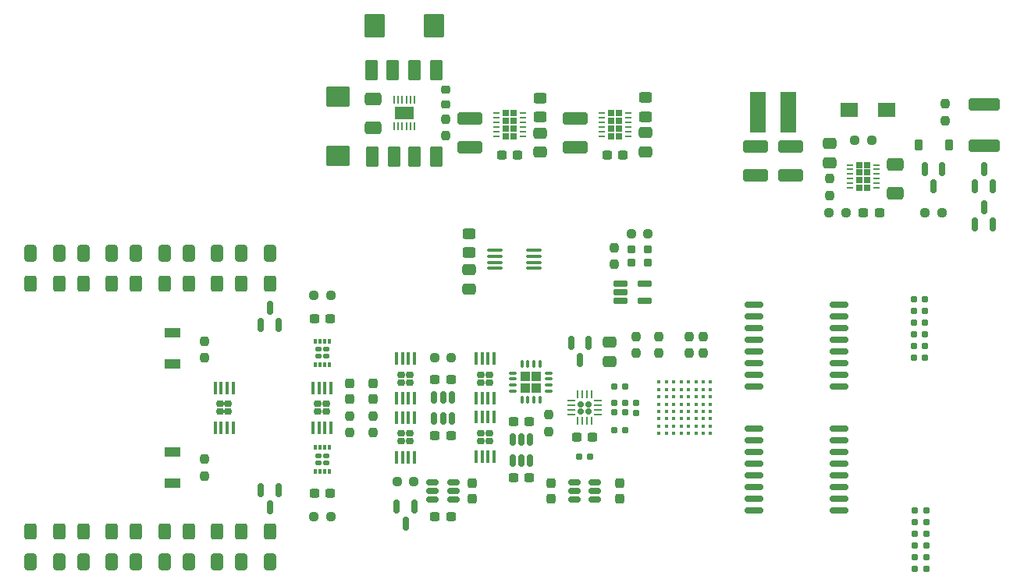
<source format=gbr>
G04 #@! TF.GenerationSoftware,KiCad,Pcbnew,8.0.4*
G04 #@! TF.CreationDate,2024-09-02T12:19:07+02:00*
G04 #@! TF.ProjectId,AD4030-Voltage,41443430-3330-42d5-966f-6c746167652e,rev?*
G04 #@! TF.SameCoordinates,Original*
G04 #@! TF.FileFunction,Paste,Top*
G04 #@! TF.FilePolarity,Positive*
%FSLAX46Y46*%
G04 Gerber Fmt 4.6, Leading zero omitted, Abs format (unit mm)*
G04 Created by KiCad (PCBNEW 8.0.4) date 2024-09-02 12:19:07*
%MOMM*%
%LPD*%
G01*
G04 APERTURE LIST*
G04 Aperture macros list*
%AMRoundRect*
0 Rectangle with rounded corners*
0 $1 Rounding radius*
0 $2 $3 $4 $5 $6 $7 $8 $9 X,Y pos of 4 corners*
0 Add a 4 corners polygon primitive as box body*
4,1,4,$2,$3,$4,$5,$6,$7,$8,$9,$2,$3,0*
0 Add four circle primitives for the rounded corners*
1,1,$1+$1,$2,$3*
1,1,$1+$1,$4,$5*
1,1,$1+$1,$6,$7*
1,1,$1+$1,$8,$9*
0 Add four rect primitives between the rounded corners*
20,1,$1+$1,$2,$3,$4,$5,0*
20,1,$1+$1,$4,$5,$6,$7,0*
20,1,$1+$1,$6,$7,$8,$9,0*
20,1,$1+$1,$8,$9,$2,$3,0*%
G04 Aperture macros list end*
%ADD10RoundRect,0.250000X-0.400000X-0.625000X0.400000X-0.625000X0.400000X0.625000X-0.400000X0.625000X0*%
%ADD11RoundRect,0.250000X-1.100000X0.412500X-1.100000X-0.412500X1.100000X-0.412500X1.100000X0.412500X0*%
%ADD12RoundRect,0.250000X-0.412500X-0.650000X0.412500X-0.650000X0.412500X0.650000X-0.412500X0.650000X0*%
%ADD13RoundRect,0.237500X0.300000X0.237500X-0.300000X0.237500X-0.300000X-0.237500X0.300000X-0.237500X0*%
%ADD14RoundRect,0.150000X0.150000X-0.587500X0.150000X0.587500X-0.150000X0.587500X-0.150000X-0.587500X0*%
%ADD15RoundRect,0.160000X0.197500X0.160000X-0.197500X0.160000X-0.197500X-0.160000X0.197500X-0.160000X0*%
%ADD16RoundRect,0.237500X0.250000X0.237500X-0.250000X0.237500X-0.250000X-0.237500X0.250000X-0.237500X0*%
%ADD17RoundRect,0.237500X-0.237500X0.250000X-0.237500X-0.250000X0.237500X-0.250000X0.237500X0.250000X0*%
%ADD18RoundRect,0.162500X-0.617500X-0.162500X0.617500X-0.162500X0.617500X0.162500X-0.617500X0.162500X0*%
%ADD19RoundRect,0.250000X-0.475000X0.337500X-0.475000X-0.337500X0.475000X-0.337500X0.475000X0.337500X0*%
%ADD20RoundRect,0.250000X-0.450000X0.325000X-0.450000X-0.325000X0.450000X-0.325000X0.450000X0.325000X0*%
%ADD21RoundRect,0.180000X-0.205000X0.180000X-0.205000X-0.180000X0.205000X-0.180000X0.205000X0.180000X0*%
%ADD22RoundRect,0.100000X-0.100000X0.612500X-0.100000X-0.612500X0.100000X-0.612500X0.100000X0.612500X0*%
%ADD23RoundRect,0.150000X-0.150000X0.587500X-0.150000X-0.587500X0.150000X-0.587500X0.150000X0.587500X0*%
%ADD24RoundRect,0.237500X-0.250000X-0.237500X0.250000X-0.237500X0.250000X0.237500X-0.250000X0.237500X0*%
%ADD25RoundRect,0.160000X-0.197500X-0.160000X0.197500X-0.160000X0.197500X0.160000X-0.197500X0.160000X0*%
%ADD26RoundRect,0.250000X-0.650000X0.412500X-0.650000X-0.412500X0.650000X-0.412500X0.650000X0.412500X0*%
%ADD27RoundRect,0.250000X0.475000X-0.337500X0.475000X0.337500X-0.475000X0.337500X-0.475000X-0.337500X0*%
%ADD28RoundRect,0.150000X0.512500X0.150000X-0.512500X0.150000X-0.512500X-0.150000X0.512500X-0.150000X0*%
%ADD29R,1.800000X1.000000*%
%ADD30R,1.900000X1.500000*%
%ADD31RoundRect,0.237500X-0.300000X-0.237500X0.300000X-0.237500X0.300000X0.237500X-0.300000X0.237500X0*%
%ADD32RoundRect,0.200000X-0.250000X0.200000X-0.250000X-0.200000X0.250000X-0.200000X0.250000X0.200000X0*%
%ADD33RoundRect,0.150000X-0.150000X0.512500X-0.150000X-0.512500X0.150000X-0.512500X0.150000X0.512500X0*%
%ADD34RoundRect,0.225000X0.225000X0.375000X-0.225000X0.375000X-0.225000X-0.375000X0.225000X-0.375000X0*%
%ADD35R,0.685000X0.670000*%
%ADD36R,0.700000X0.250000*%
%ADD37RoundRect,0.237500X0.237500X-0.300000X0.237500X0.300000X-0.237500X0.300000X-0.237500X-0.300000X0*%
%ADD38RoundRect,0.250000X-1.450000X0.400000X-1.450000X-0.400000X1.450000X-0.400000X1.450000X0.400000X0*%
%ADD39RoundRect,0.155000X-0.212500X-0.155000X0.212500X-0.155000X0.212500X0.155000X-0.212500X0.155000X0*%
%ADD40RoundRect,0.250000X-0.875000X-1.025000X0.875000X-1.025000X0.875000X1.025000X-0.875000X1.025000X0*%
%ADD41RoundRect,0.250000X-1.025000X0.875000X-1.025000X-0.875000X1.025000X-0.875000X1.025000X0.875000X0*%
%ADD42RoundRect,0.150000X0.875000X0.150000X-0.875000X0.150000X-0.875000X-0.150000X0.875000X-0.150000X0*%
%ADD43R,0.203200X0.812800*%
%ADD44R,2.108200X1.320800*%
%ADD45C,0.406400*%
%ADD46RoundRect,0.100000X-0.712500X-0.100000X0.712500X-0.100000X0.712500X0.100000X-0.712500X0.100000X0*%
%ADD47RoundRect,0.249999X-0.290001X-0.290001X0.290001X-0.290001X0.290001X0.290001X-0.290001X0.290001X0*%
%ADD48RoundRect,0.075000X-0.337500X-0.075000X0.337500X-0.075000X0.337500X0.075000X-0.337500X0.075000X0*%
%ADD49RoundRect,0.075000X-0.075000X-0.337500X0.075000X-0.337500X0.075000X0.337500X-0.075000X0.337500X0*%
%ADD50RoundRect,0.155000X0.155000X-0.212500X0.155000X0.212500X-0.155000X0.212500X-0.155000X-0.212500X0*%
%ADD51RoundRect,0.250001X-0.462499X-0.849999X0.462499X-0.849999X0.462499X0.849999X-0.462499X0.849999X0*%
%ADD52RoundRect,0.218750X0.256250X-0.218750X0.256250X0.218750X-0.256250X0.218750X-0.256250X-0.218750X0*%
%ADD53RoundRect,0.145000X-0.205000X0.145000X-0.205000X-0.145000X0.205000X-0.145000X0.205000X0.145000X0*%
%ADD54RoundRect,0.087500X-0.087500X0.200000X-0.087500X-0.200000X0.087500X-0.200000X0.087500X0.200000X0*%
%ADD55RoundRect,0.155000X0.212500X0.155000X-0.212500X0.155000X-0.212500X-0.155000X0.212500X-0.155000X0*%
%ADD56RoundRect,0.237500X-0.237500X0.300000X-0.237500X-0.300000X0.237500X-0.300000X0.237500X0.300000X0*%
%ADD57RoundRect,0.160000X-0.160000X-0.160000X0.160000X-0.160000X0.160000X0.160000X-0.160000X0.160000X0*%
%ADD58RoundRect,0.062500X-0.375000X-0.062500X0.375000X-0.062500X0.375000X0.062500X-0.375000X0.062500X0*%
%ADD59RoundRect,0.062500X-0.062500X-0.375000X0.062500X-0.375000X0.062500X0.375000X-0.062500X0.375000X0*%
%ADD60RoundRect,0.237500X0.237500X-0.250000X0.237500X0.250000X-0.237500X0.250000X-0.237500X-0.250000X0*%
%ADD61RoundRect,0.250001X0.462499X0.849999X-0.462499X0.849999X-0.462499X-0.849999X0.462499X-0.849999X0*%
%ADD62RoundRect,0.180000X0.205000X-0.180000X0.205000X0.180000X-0.205000X0.180000X-0.205000X-0.180000X0*%
%ADD63RoundRect,0.100000X0.100000X-0.612500X0.100000X0.612500X-0.100000X0.612500X-0.100000X-0.612500X0*%
%ADD64RoundRect,0.150000X-0.875000X-0.150000X0.875000X-0.150000X0.875000X0.150000X-0.875000X0.150000X0*%
%ADD65RoundRect,0.145000X0.205000X-0.145000X0.205000X0.145000X-0.205000X0.145000X-0.205000X-0.145000X0*%
%ADD66RoundRect,0.087500X0.087500X-0.200000X0.087500X0.200000X-0.087500X0.200000X-0.087500X-0.200000X0*%
%ADD67R,1.752600X4.495800*%
G04 APERTURE END LIST*
D10*
G04 #@! TO.C,R205*
X94843000Y-91567000D03*
X97943000Y-91567000D03*
G04 #@! TD*
D11*
G04 #@! TO.C,C507*
X162052000Y-76669500D03*
X162052000Y-79794500D03*
G04 #@! TD*
D12*
G04 #@! TO.C,C206*
X94830500Y-88265000D03*
X97955500Y-88265000D03*
G04 #@! TD*
G04 #@! TO.C,C203*
X89115500Y-88265000D03*
X92240500Y-88265000D03*
G04 #@! TD*
D13*
G04 #@! TO.C,C518*
X136244500Y-77564500D03*
X134519500Y-77564500D03*
G04 #@! TD*
D14*
G04 #@! TO.C,Q501*
X185867000Y-80947500D03*
X187767000Y-80947500D03*
X186817000Y-79072500D03*
G04 #@! TD*
D15*
G04 #@! TO.C,R412*
X180556500Y-117475000D03*
X179361500Y-117475000D03*
G04 #@! TD*
D16*
G04 #@! TO.C,R506*
X174648500Y-75946000D03*
X172823500Y-75946000D03*
G04 #@! TD*
D10*
G04 #@! TO.C,R206*
X94843000Y-118491000D03*
X97943000Y-118491000D03*
G04 #@! TD*
D17*
G04 #@! TO.C,R308*
X149098000Y-97258500D03*
X149098000Y-99083500D03*
G04 #@! TD*
D15*
G04 #@! TO.C,R407*
X180429500Y-99568000D03*
X179234500Y-99568000D03*
G04 #@! TD*
D18*
G04 #@! TO.C,U302*
X147367000Y-91506000D03*
X147367000Y-92456000D03*
X147367000Y-93406000D03*
X150067000Y-93406000D03*
X150067000Y-91506000D03*
G04 #@! TD*
D19*
G04 #@! TO.C,C314*
X130937000Y-90021500D03*
X130937000Y-92096500D03*
G04 #@! TD*
D20*
G04 #@! TO.C,FB301*
X130937000Y-86097000D03*
X130937000Y-88147000D03*
G04 #@! TD*
D21*
G04 #@! TO.C,RN206*
X133175000Y-107774000D03*
X132255000Y-107774000D03*
X133175000Y-108634000D03*
X132255000Y-108634000D03*
D22*
X133690000Y-106041500D03*
X133040000Y-106041500D03*
X132390000Y-106041500D03*
X131740000Y-106041500D03*
X131740000Y-110366500D03*
X132390000Y-110366500D03*
X133040000Y-110366500D03*
X133690000Y-110366500D03*
G04 #@! TD*
D21*
G04 #@! TO.C,RN201*
X104854000Y-104599000D03*
X103934000Y-104599000D03*
X104854000Y-105459000D03*
X103934000Y-105459000D03*
D22*
X105369000Y-102866500D03*
X104719000Y-102866500D03*
X104069000Y-102866500D03*
X103419000Y-102866500D03*
X103419000Y-107191500D03*
X104069000Y-107191500D03*
X104719000Y-107191500D03*
X105369000Y-107191500D03*
G04 #@! TD*
D20*
G04 #@! TO.C,FB502*
X150114000Y-71332500D03*
X150114000Y-73382500D03*
G04 #@! TD*
D23*
G04 #@! TO.C,Q201*
X125029000Y-115775500D03*
X123129000Y-115775500D03*
X124079000Y-117650500D03*
G04 #@! TD*
D24*
G04 #@! TO.C,R222*
X127230500Y-99568000D03*
X129055500Y-99568000D03*
G04 #@! TD*
D13*
G04 #@! TO.C,C214*
X137514500Y-112649000D03*
X135789500Y-112649000D03*
G04 #@! TD*
D16*
G04 #@! TO.C,R218*
X115974500Y-116840000D03*
X114149500Y-116840000D03*
G04 #@! TD*
D25*
G04 #@! TO.C,R403*
X179234500Y-93218000D03*
X180429500Y-93218000D03*
G04 #@! TD*
D15*
G04 #@! TO.C,R409*
X180429500Y-94488000D03*
X179234500Y-94488000D03*
G04 #@! TD*
D26*
G04 #@! TO.C,C510*
X177165000Y-78574500D03*
X177165000Y-81699500D03*
G04 #@! TD*
D25*
G04 #@! TO.C,R406*
X179361500Y-116205000D03*
X180556500Y-116205000D03*
G04 #@! TD*
D12*
G04 #@! TO.C,C213*
X106260500Y-121793000D03*
X109385500Y-121793000D03*
G04 #@! TD*
D27*
G04 #@! TO.C,C517*
X170053000Y-78380500D03*
X170053000Y-76305500D03*
G04 #@! TD*
D25*
G04 #@! TO.C,R402*
X179234500Y-95758000D03*
X180429500Y-95758000D03*
G04 #@! TD*
D17*
G04 #@! TO.C,R307*
X151511000Y-97258500D03*
X151511000Y-99083500D03*
G04 #@! TD*
D13*
G04 #@! TO.C,C231*
X115924500Y-114300000D03*
X114199500Y-114300000D03*
G04 #@! TD*
D17*
G04 #@! TO.C,R309*
X156337000Y-97258500D03*
X156337000Y-99083500D03*
G04 #@! TD*
D24*
G04 #@! TO.C,R504*
X170029500Y-83820000D03*
X171854500Y-83820000D03*
G04 #@! TD*
D14*
G04 #@! TO.C,D201*
X108397000Y-96060500D03*
X110297000Y-96060500D03*
X109347000Y-94185500D03*
G04 #@! TD*
D11*
G04 #@! TO.C,C503*
X165862000Y-76669500D03*
X165862000Y-79794500D03*
G04 #@! TD*
D10*
G04 #@! TO.C,R209*
X106273000Y-91567000D03*
X109373000Y-91567000D03*
G04 #@! TD*
D28*
G04 #@! TO.C,U207*
X144647500Y-114996000D03*
X144647500Y-114046000D03*
X144647500Y-113096000D03*
X142372500Y-113096000D03*
X142372500Y-114046000D03*
X142372500Y-114996000D03*
G04 #@! TD*
D29*
G04 #@! TO.C,C222*
X98806000Y-96852000D03*
X98806000Y-100252000D03*
G04 #@! TD*
D11*
G04 #@! TO.C,C521*
X131064000Y-73589000D03*
X131064000Y-76714000D03*
G04 #@! TD*
D12*
G04 #@! TO.C,C210*
X100545500Y-121793000D03*
X103670500Y-121793000D03*
G04 #@! TD*
D25*
G04 #@! TO.C,R404*
X179361500Y-121285000D03*
X180556500Y-121285000D03*
G04 #@! TD*
D30*
G04 #@! TO.C,L503*
X176294000Y-72644000D03*
X172194000Y-72644000D03*
G04 #@! TD*
D13*
G04 #@! TO.C,C230*
X115924500Y-95377000D03*
X114199500Y-95377000D03*
G04 #@! TD*
D31*
G04 #@! TO.C,C226*
X135789500Y-106553000D03*
X137514500Y-106553000D03*
G04 #@! TD*
D12*
G04 #@! TO.C,C202*
X83400500Y-121793000D03*
X86525500Y-121793000D03*
G04 #@! TD*
D31*
G04 #@! TO.C,C218*
X127280500Y-101981000D03*
X129005500Y-101981000D03*
G04 #@! TD*
D32*
G04 #@! TO.C,X301*
X150404000Y-87794000D03*
X148554000Y-87794000D03*
X148554000Y-89244000D03*
X150404000Y-89244000D03*
G04 #@! TD*
D10*
G04 #@! TO.C,R207*
X100558000Y-91567000D03*
X103658000Y-91567000D03*
G04 #@! TD*
D33*
G04 #@! TO.C,U205*
X129093000Y-103891500D03*
X128143000Y-103891500D03*
X127193000Y-103891500D03*
X127193000Y-106166500D03*
X128143000Y-106166500D03*
X129093000Y-106166500D03*
G04 #@! TD*
G04 #@! TO.C,U206*
X137602000Y-108463500D03*
X136652000Y-108463500D03*
X135702000Y-108463500D03*
X135702000Y-110738500D03*
X136652000Y-110738500D03*
X137602000Y-110738500D03*
G04 #@! TD*
D16*
G04 #@! TO.C,R501*
X182268500Y-83820000D03*
X180443500Y-83820000D03*
G04 #@! TD*
D26*
G04 #@! TO.C,C505*
X120523000Y-71462500D03*
X120523000Y-74587500D03*
G04 #@! TD*
D34*
G04 #@! TO.C,D502*
X183006000Y-76454000D03*
X179706000Y-76454000D03*
G04 #@! TD*
D21*
G04 #@! TO.C,RN203*
X124539000Y-101424000D03*
X123619000Y-101424000D03*
X124539000Y-102284000D03*
X123619000Y-102284000D03*
D22*
X125054000Y-99691500D03*
X124404000Y-99691500D03*
X123754000Y-99691500D03*
X123104000Y-99691500D03*
X123104000Y-104016500D03*
X123754000Y-104016500D03*
X124404000Y-104016500D03*
X125054000Y-104016500D03*
G04 #@! TD*
D15*
G04 #@! TO.C,R410*
X180556500Y-122555000D03*
X179361500Y-122555000D03*
G04 #@! TD*
D25*
G04 #@! TO.C,R303*
X142912500Y-110363000D03*
X144107500Y-110363000D03*
G04 #@! TD*
D10*
G04 #@! TO.C,R208*
X100558000Y-118491000D03*
X103658000Y-118491000D03*
G04 #@! TD*
D17*
G04 #@! TO.C,R503*
X170053000Y-80113500D03*
X170053000Y-81938500D03*
G04 #@! TD*
D35*
G04 #@! TO.C,U504*
X173311000Y-78645500D03*
X173311000Y-79470500D03*
X173311000Y-80295500D03*
X173311000Y-81120500D03*
X174161000Y-78645500D03*
X174161000Y-79470500D03*
X174161000Y-80295500D03*
X174161000Y-81120500D03*
D36*
X172286000Y-78633000D03*
X172286000Y-79133000D03*
X172286000Y-79633000D03*
X172286000Y-80133000D03*
X172286000Y-80633000D03*
X172286000Y-81133000D03*
X175186000Y-81133000D03*
X175186000Y-80633000D03*
X175186000Y-80133000D03*
X175186000Y-79633000D03*
X175186000Y-79133000D03*
X175186000Y-78633000D03*
G04 #@! TD*
D37*
G04 #@! TO.C,C233*
X139827000Y-114908500D03*
X139827000Y-113183500D03*
G04 #@! TD*
D12*
G04 #@! TO.C,C201*
X83400500Y-88265000D03*
X86525500Y-88265000D03*
G04 #@! TD*
D10*
G04 #@! TO.C,R202*
X83413000Y-118491000D03*
X86513000Y-118491000D03*
G04 #@! TD*
G04 #@! TO.C,R210*
X106273000Y-118491000D03*
X109373000Y-118491000D03*
G04 #@! TD*
D38*
G04 #@! TO.C,F501*
X186817000Y-72070000D03*
X186817000Y-76520000D03*
G04 #@! TD*
D39*
G04 #@! TO.C,C308*
X146752500Y-102743000D03*
X147887500Y-102743000D03*
G04 #@! TD*
D40*
G04 #@! TO.C,C508*
X120752000Y-63500000D03*
X127152000Y-63500000D03*
G04 #@! TD*
D41*
G04 #@! TO.C,C509*
X116713000Y-71222000D03*
X116713000Y-77622000D03*
G04 #@! TD*
D25*
G04 #@! TO.C,R306*
X146722500Y-104521000D03*
X147917500Y-104521000D03*
G04 #@! TD*
D42*
G04 #@! TO.C,U402*
X171147000Y-116205000D03*
X171147000Y-114935000D03*
X171147000Y-113665000D03*
X171147000Y-112395000D03*
X171147000Y-111125000D03*
X171147000Y-109855000D03*
X171147000Y-108585000D03*
X171147000Y-107315000D03*
X161847000Y-107315000D03*
X161847000Y-108585000D03*
X161847000Y-109855000D03*
X161847000Y-111125000D03*
X161847000Y-112395000D03*
X161847000Y-113665000D03*
X161847000Y-114935000D03*
X161847000Y-116205000D03*
G04 #@! TD*
D24*
G04 #@! TO.C,R217*
X114149500Y-92837000D03*
X115974500Y-92837000D03*
G04 #@! TD*
D25*
G04 #@! TO.C,R305*
X146722500Y-105537000D03*
X147917500Y-105537000D03*
G04 #@! TD*
D10*
G04 #@! TO.C,R203*
X89128000Y-91562000D03*
X92228000Y-91562000D03*
G04 #@! TD*
D23*
G04 #@! TO.C,Q502*
X182306000Y-79072500D03*
X180406000Y-79072500D03*
X181356000Y-80947500D03*
G04 #@! TD*
D43*
G04 #@! TO.C,U501*
X125087002Y-71571200D03*
X124637000Y-71571200D03*
X124187001Y-71571200D03*
X123736999Y-71571200D03*
X123287000Y-71571200D03*
X122837001Y-71571200D03*
X122836998Y-74466800D03*
X123287000Y-74466800D03*
X123736999Y-74466800D03*
X124187001Y-74466800D03*
X124637000Y-74466800D03*
X125086999Y-74466800D03*
D44*
X123962000Y-73019000D03*
G04 #@! TD*
D45*
G04 #@! TO.C,U303*
X151575000Y-102229000D03*
X152375000Y-102229000D03*
X153175000Y-102229000D03*
X153975000Y-102229000D03*
X154775000Y-102229000D03*
X155575000Y-102229000D03*
X156375000Y-102229000D03*
X157175000Y-102229000D03*
X151575000Y-103029000D03*
X152375000Y-103029000D03*
X153175000Y-103029000D03*
X153975000Y-103029000D03*
X154775000Y-103029000D03*
X155575000Y-103029000D03*
X156375000Y-103029000D03*
X157175000Y-103029000D03*
X151575000Y-103829000D03*
X152375000Y-103829000D03*
X153175000Y-103829000D03*
X153975000Y-103829000D03*
X154775000Y-103829000D03*
X155575000Y-103829000D03*
X156375000Y-103829000D03*
X157175000Y-103829000D03*
X151575000Y-104629000D03*
X152375000Y-104629000D03*
X153175000Y-104629000D03*
X153975000Y-104629000D03*
X154775000Y-104629000D03*
X155575000Y-104629000D03*
X156375000Y-104629000D03*
X157175000Y-104629000D03*
X151575000Y-105429000D03*
X152375000Y-105429000D03*
X153175000Y-105429000D03*
X153975000Y-105429000D03*
X154775000Y-105429000D03*
X155575000Y-105429000D03*
X156375000Y-105429000D03*
X157175000Y-105429000D03*
X151575000Y-106229000D03*
X152375000Y-106229000D03*
X153175000Y-106229000D03*
X153975000Y-106229000D03*
X154775000Y-106229000D03*
X155575000Y-106229000D03*
X156375000Y-106229000D03*
X157175000Y-106229000D03*
X151575000Y-107029000D03*
X152375000Y-107029000D03*
X153175000Y-107029000D03*
X153975000Y-107029000D03*
X154775000Y-107029000D03*
X155575000Y-107029000D03*
X156375000Y-107029000D03*
X157175000Y-107029000D03*
X151575000Y-107829000D03*
X152375000Y-107829000D03*
X153175000Y-107829000D03*
X153975000Y-107829000D03*
X154775000Y-107829000D03*
X155575000Y-107829000D03*
X156375000Y-107829000D03*
X157175000Y-107829000D03*
G04 #@! TD*
D12*
G04 #@! TO.C,C204*
X89115500Y-121793000D03*
X92240500Y-121793000D03*
G04 #@! TD*
D28*
G04 #@! TO.C,U204*
X129280500Y-114996000D03*
X129280500Y-114046000D03*
X129280500Y-113096000D03*
X127005500Y-113096000D03*
X127005500Y-114046000D03*
X127005500Y-114996000D03*
G04 #@! TD*
D15*
G04 #@! TO.C,R408*
X180429500Y-97028000D03*
X179234500Y-97028000D03*
G04 #@! TD*
D29*
G04 #@! TO.C,C223*
X98806000Y-113206000D03*
X98806000Y-109806000D03*
G04 #@! TD*
D46*
G04 #@! TO.C,U304*
X133777500Y-87925000D03*
X133777500Y-88575000D03*
X133777500Y-89225000D03*
X133777500Y-89875000D03*
X138002500Y-89875000D03*
X138002500Y-89225000D03*
X138002500Y-88575000D03*
X138002500Y-87925000D03*
G04 #@! TD*
D23*
G04 #@! TO.C,D202*
X110297000Y-113997500D03*
X108397000Y-113997500D03*
X109347000Y-115872500D03*
G04 #@! TD*
D12*
G04 #@! TO.C,C209*
X100545500Y-88265000D03*
X103670500Y-88265000D03*
G04 #@! TD*
D15*
G04 #@! TO.C,R411*
X180556500Y-120015000D03*
X179361500Y-120015000D03*
G04 #@! TD*
D35*
G04 #@! TO.C,U506*
X146387000Y-73025000D03*
X146387000Y-73850000D03*
X146387000Y-74675000D03*
X146387000Y-75500000D03*
X147237000Y-73025000D03*
X147237000Y-73850000D03*
X147237000Y-74675000D03*
X147237000Y-75500000D03*
D36*
X145362000Y-73012500D03*
X145362000Y-73512500D03*
X145362000Y-74012500D03*
X145362000Y-74512500D03*
X145362000Y-75012500D03*
X145362000Y-75512500D03*
X148262000Y-75512500D03*
X148262000Y-75012500D03*
X148262000Y-74512500D03*
X148262000Y-74012500D03*
X148262000Y-73512500D03*
X148262000Y-73012500D03*
G04 #@! TD*
D47*
G04 #@! TO.C,U201*
X137043000Y-101610000D03*
X137043000Y-102860000D03*
X138293000Y-101610000D03*
X138293000Y-102860000D03*
D48*
X135730500Y-101260000D03*
X135730500Y-101910000D03*
X135730500Y-102560000D03*
X135730500Y-103210000D03*
D49*
X136693000Y-104172500D03*
X137343000Y-104172500D03*
X137993000Y-104172500D03*
X138643000Y-104172500D03*
D48*
X139605500Y-103210000D03*
X139605500Y-102560000D03*
X139605500Y-101910000D03*
X139605500Y-101260000D03*
D49*
X138643000Y-100297500D03*
X137993000Y-100297500D03*
X137343000Y-100297500D03*
X136693000Y-100297500D03*
G04 #@! TD*
D17*
G04 #@! TO.C,R302*
X146685000Y-87606500D03*
X146685000Y-89431500D03*
G04 #@! TD*
D21*
G04 #@! TO.C,RN204*
X124539000Y-107823000D03*
X123619000Y-107823000D03*
X124539000Y-108683000D03*
X123619000Y-108683000D03*
D22*
X125054000Y-106090500D03*
X124404000Y-106090500D03*
X123754000Y-106090500D03*
X123104000Y-106090500D03*
X123104000Y-110415500D03*
X123754000Y-110415500D03*
X124404000Y-110415500D03*
X125054000Y-110415500D03*
G04 #@! TD*
D21*
G04 #@! TO.C,RN205*
X133175000Y-101424000D03*
X132255000Y-101424000D03*
X133175000Y-102284000D03*
X132255000Y-102284000D03*
D22*
X133690000Y-99691500D03*
X133040000Y-99691500D03*
X132390000Y-99691500D03*
X131740000Y-99691500D03*
X131740000Y-104016500D03*
X132390000Y-104016500D03*
X133040000Y-104016500D03*
X133690000Y-104016500D03*
G04 #@! TD*
D14*
G04 #@! TO.C,D501*
X185867000Y-85138500D03*
X187767000Y-85138500D03*
X186817000Y-83263500D03*
G04 #@! TD*
D50*
G04 #@! TO.C,C310*
X149098000Y-105596500D03*
X149098000Y-104461500D03*
G04 #@! TD*
D17*
G04 #@! TO.C,R215*
X102235000Y-97766500D03*
X102235000Y-99591500D03*
G04 #@! TD*
D51*
G04 #@! TO.C,L502*
X125075500Y-77724000D03*
X127400500Y-77724000D03*
G04 #@! TD*
D24*
G04 #@! TO.C,R221*
X123166500Y-113030000D03*
X124991500Y-113030000D03*
G04 #@! TD*
D52*
G04 #@! TO.C,D503*
X128397000Y-72034500D03*
X128397000Y-70459500D03*
G04 #@! TD*
D17*
G04 #@! TO.C,R505*
X128397000Y-73636500D03*
X128397000Y-75461500D03*
G04 #@! TD*
D13*
G04 #@! TO.C,C519*
X147674500Y-77564500D03*
X145949500Y-77564500D03*
G04 #@! TD*
D53*
G04 #@! TO.C,U202*
X115497000Y-98695000D03*
X114627000Y-98695000D03*
X115497000Y-99425000D03*
X114627000Y-99425000D03*
D54*
X115812000Y-97772500D03*
X115312000Y-97772500D03*
X114812000Y-97772500D03*
X114312000Y-97772500D03*
X114312000Y-100347500D03*
X114812000Y-100347500D03*
X115312000Y-100347500D03*
X115812000Y-100347500D03*
G04 #@! TD*
D37*
G04 #@! TO.C,C227*
X117983000Y-104113500D03*
X117983000Y-102388500D03*
G04 #@! TD*
D55*
G04 #@! TO.C,C307*
X147887500Y-107442000D03*
X146752500Y-107442000D03*
G04 #@! TD*
D56*
G04 #@! TO.C,C228*
X120523000Y-102388500D03*
X120523000Y-104113500D03*
G04 #@! TD*
D25*
G04 #@! TO.C,R401*
X179234500Y-98298000D03*
X180429500Y-98298000D03*
G04 #@! TD*
D57*
G04 #@! TO.C,U301*
X143110000Y-104629000D03*
X143110000Y-105429000D03*
X143910000Y-104629000D03*
X143910000Y-105429000D03*
D58*
X142072500Y-104279000D03*
X142072500Y-104779000D03*
X142072500Y-105279000D03*
X142072500Y-105779000D03*
D59*
X142760000Y-106466500D03*
X143260000Y-106466500D03*
X143760000Y-106466500D03*
X144260000Y-106466500D03*
D58*
X144947500Y-105779000D03*
X144947500Y-105279000D03*
X144947500Y-104779000D03*
X144947500Y-104279000D03*
D59*
X144260000Y-103591500D03*
X143760000Y-103591500D03*
X143260000Y-103591500D03*
X142760000Y-103591500D03*
G04 #@! TD*
D17*
G04 #@! TO.C,R219*
X117983000Y-105894500D03*
X117983000Y-107719500D03*
G04 #@! TD*
D37*
G04 #@! TO.C,C235*
X147320000Y-114908500D03*
X147320000Y-113183500D03*
G04 #@! TD*
D12*
G04 #@! TO.C,C207*
X94830500Y-121793000D03*
X97955500Y-121793000D03*
G04 #@! TD*
D19*
G04 #@! TO.C,C512*
X150114000Y-75130000D03*
X150114000Y-77205000D03*
G04 #@! TD*
D17*
G04 #@! TO.C,R216*
X102235000Y-110593500D03*
X102235000Y-112418500D03*
G04 #@! TD*
D31*
G04 #@! TO.C,C301*
X142647500Y-108204000D03*
X144372500Y-108204000D03*
G04 #@! TD*
D12*
G04 #@! TO.C,C212*
X106260500Y-88265000D03*
X109385500Y-88265000D03*
G04 #@! TD*
D13*
G04 #@! TO.C,C205*
X129005500Y-108077000D03*
X127280500Y-108077000D03*
G04 #@! TD*
G04 #@! TO.C,C513*
X175487500Y-83820000D03*
X173762500Y-83820000D03*
G04 #@! TD*
D60*
G04 #@! TO.C,C316*
X154813000Y-99083500D03*
X154813000Y-97258500D03*
G04 #@! TD*
D35*
G04 #@! TO.C,U505*
X134957000Y-73025000D03*
X134957000Y-73850000D03*
X134957000Y-74675000D03*
X134957000Y-75500000D03*
X135807000Y-73025000D03*
X135807000Y-73850000D03*
X135807000Y-74675000D03*
X135807000Y-75500000D03*
D36*
X133932000Y-73012500D03*
X133932000Y-73512500D03*
X133932000Y-74012500D03*
X133932000Y-74512500D03*
X133932000Y-75012500D03*
X133932000Y-75512500D03*
X136832000Y-75512500D03*
X136832000Y-75012500D03*
X136832000Y-74512500D03*
X136832000Y-74012500D03*
X136832000Y-73512500D03*
X136832000Y-73012500D03*
G04 #@! TD*
D10*
G04 #@! TO.C,R204*
X89128000Y-118491000D03*
X92228000Y-118491000D03*
G04 #@! TD*
D24*
G04 #@! TO.C,R301*
X148566500Y-86106000D03*
X150391500Y-86106000D03*
G04 #@! TD*
D61*
G04 #@! TO.C,L505*
X122828500Y-77724000D03*
X120503500Y-77724000D03*
G04 #@! TD*
D27*
G04 #@! TO.C,C319*
X146177000Y-99970500D03*
X146177000Y-97895500D03*
G04 #@! TD*
D62*
G04 #@! TO.C,RN202*
X114557000Y-105459000D03*
X115477000Y-105459000D03*
X114557000Y-104599000D03*
X115477000Y-104599000D03*
D63*
X114042000Y-107191500D03*
X114692000Y-107191500D03*
X115342000Y-107191500D03*
X115992000Y-107191500D03*
X115992000Y-102866500D03*
X115342000Y-102866500D03*
X114692000Y-102866500D03*
X114042000Y-102866500D03*
G04 #@! TD*
D31*
G04 #@! TO.C,C232*
X127280500Y-116840000D03*
X129005500Y-116840000D03*
G04 #@! TD*
D64*
G04 #@! TO.C,U401*
X161847000Y-93853000D03*
X161847000Y-95123000D03*
X161847000Y-96393000D03*
X161847000Y-97663000D03*
X161847000Y-98933000D03*
X161847000Y-100203000D03*
X161847000Y-101473000D03*
X161847000Y-102743000D03*
X171147000Y-102743000D03*
X171147000Y-101473000D03*
X171147000Y-100203000D03*
X171147000Y-98933000D03*
X171147000Y-97663000D03*
X171147000Y-96393000D03*
X171147000Y-95123000D03*
X171147000Y-93853000D03*
G04 #@! TD*
D11*
G04 #@! TO.C,C520*
X142494000Y-73589000D03*
X142494000Y-76714000D03*
G04 #@! TD*
D61*
G04 #@! TO.C,L506*
X122701500Y-68326000D03*
X120376500Y-68326000D03*
G04 #@! TD*
D37*
G04 #@! TO.C,C234*
X131318000Y-114908500D03*
X131318000Y-113183500D03*
G04 #@! TD*
D19*
G04 #@! TO.C,C511*
X138684000Y-75162500D03*
X138684000Y-77237500D03*
G04 #@! TD*
D60*
G04 #@! TO.C,R502*
X182626000Y-73810500D03*
X182626000Y-71985500D03*
G04 #@! TD*
D10*
G04 #@! TO.C,R201*
X83413000Y-91567000D03*
X86513000Y-91567000D03*
G04 #@! TD*
D17*
G04 #@! TO.C,R223*
X139573000Y-105767500D03*
X139573000Y-107592500D03*
G04 #@! TD*
G04 #@! TO.C,R220*
X120523000Y-105894500D03*
X120523000Y-107719500D03*
G04 #@! TD*
D23*
G04 #@! TO.C,RN301*
X143952000Y-97995500D03*
X142052000Y-97995500D03*
X143002000Y-99870500D03*
G04 #@! TD*
D65*
G04 #@! TO.C,U203*
X114627000Y-110982000D03*
X115497000Y-110982000D03*
X114627000Y-110252000D03*
X115497000Y-110252000D03*
D66*
X114312000Y-111904500D03*
X114812000Y-111904500D03*
X115312000Y-111904500D03*
X115812000Y-111904500D03*
X115812000Y-109329500D03*
X115312000Y-109329500D03*
X114812000Y-109329500D03*
X114312000Y-109329500D03*
G04 #@! TD*
D25*
G04 #@! TO.C,R405*
X179361500Y-118745000D03*
X180556500Y-118745000D03*
G04 #@! TD*
D61*
G04 #@! TO.C,L501*
X127400500Y-68326000D03*
X125075500Y-68326000D03*
G04 #@! TD*
D67*
G04 #@! TO.C,L504*
X165582001Y-72898000D03*
X162331999Y-72898000D03*
G04 #@! TD*
D20*
G04 #@! TO.C,FB501*
X138684000Y-71365000D03*
X138684000Y-73415000D03*
G04 #@! TD*
M02*

</source>
